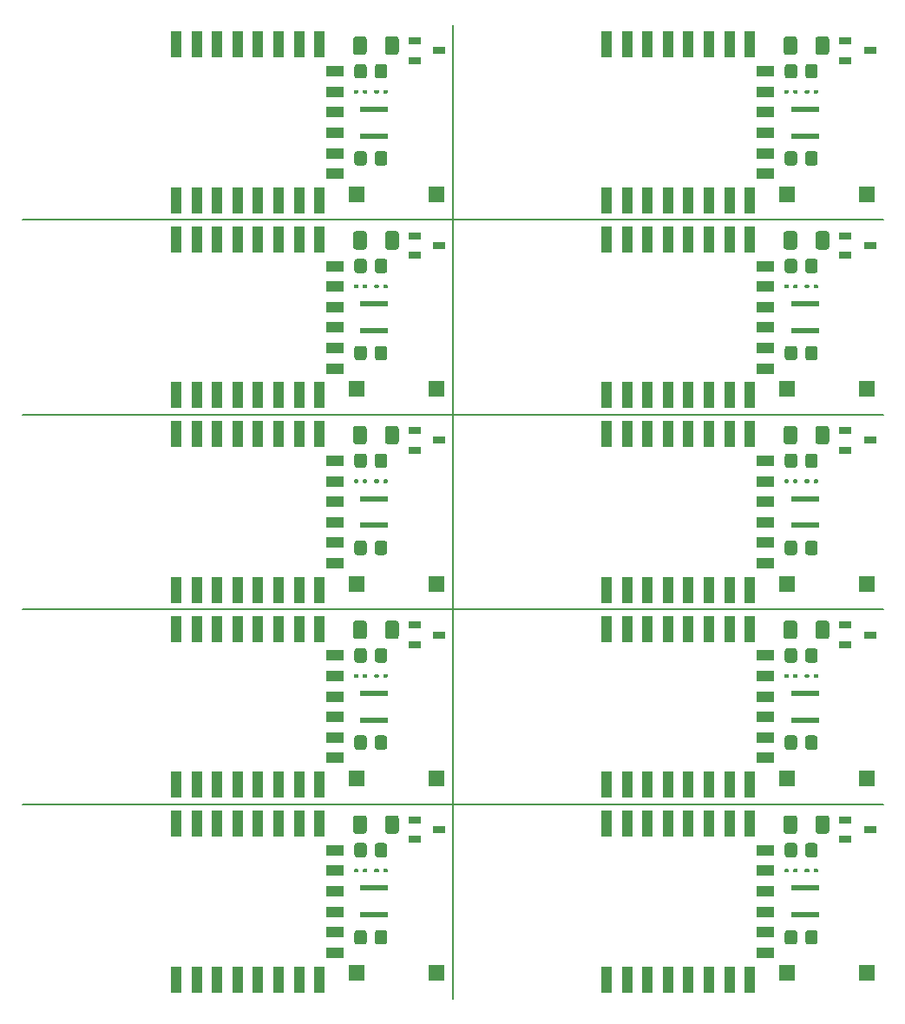
<source format=gbr>
%TF.GenerationSoftware,KiCad,Pcbnew,(5.1.9)-1*%
%TF.CreationDate,2021-05-04T17:37:26+02:00*%
%TF.ProjectId,IM350_AM550_5V_V2.0_Multi,494d3335-305f-4414-9d35-35305f35565f,rev?*%
%TF.SameCoordinates,Original*%
%TF.FileFunction,Paste,Top*%
%TF.FilePolarity,Positive*%
%FSLAX46Y46*%
G04 Gerber Fmt 4.6, Leading zero omitted, Abs format (unit mm)*
G04 Created by KiCad (PCBNEW (5.1.9)-1) date 2021-05-04 17:37:26*
%MOMM*%
%LPD*%
G01*
G04 APERTURE LIST*
%ADD10C,0.150000*%
%ADD11R,1.300000X0.800000*%
%ADD12R,1.000000X2.500000*%
%ADD13R,1.800000X1.000000*%
%ADD14R,2.800000X0.600000*%
%ADD15R,1.500000X1.500000*%
G04 APERTURE END LIST*
D10*
X70500000Y-24500000D02*
X70500000Y-119500000D01*
X28500000Y-100500000D02*
X112500000Y-100500000D01*
X28500000Y-81500000D02*
X112500000Y-81500000D01*
X28500000Y-62500000D02*
X112500000Y-62500000D01*
X28500000Y-43500000D02*
X112500000Y-43500000D01*
D11*
%TO.C,U1*%
X66800000Y-102050000D03*
X66800000Y-103950000D03*
X69200000Y-103000000D03*
%TD*%
D12*
%TO.C,U2*%
X43500000Y-117600000D03*
X45500000Y-117600000D03*
X47500000Y-117600000D03*
X49500000Y-117600000D03*
X51500000Y-117600000D03*
X53500000Y-117600000D03*
X55500000Y-117600000D03*
X57500000Y-117600000D03*
D13*
X59000000Y-115000000D03*
X59000000Y-113000000D03*
X59000000Y-111000000D03*
X59000000Y-109000000D03*
X59000000Y-107000000D03*
X59000000Y-105000000D03*
D12*
X57500000Y-102400000D03*
X55500000Y-102400000D03*
X53500000Y-102400000D03*
X51500000Y-102400000D03*
X49500000Y-102400000D03*
X47500000Y-102400000D03*
X45500000Y-102400000D03*
X43500000Y-102400000D03*
%TD*%
%TO.C,R5*%
G36*
G01*
X64100000Y-113049999D02*
X64100000Y-113950001D01*
G75*
G02*
X63850001Y-114200000I-249999J0D01*
G01*
X63149999Y-114200000D01*
G75*
G02*
X62900000Y-113950001I0J249999D01*
G01*
X62900000Y-113049999D01*
G75*
G02*
X63149999Y-112800000I249999J0D01*
G01*
X63850001Y-112800000D01*
G75*
G02*
X64100000Y-113049999I0J-249999D01*
G01*
G37*
G36*
G01*
X62100000Y-113049999D02*
X62100000Y-113950001D01*
G75*
G02*
X61850001Y-114200000I-249999J0D01*
G01*
X61149999Y-114200000D01*
G75*
G02*
X60900000Y-113950001I0J249999D01*
G01*
X60900000Y-113049999D01*
G75*
G02*
X61149999Y-112800000I249999J0D01*
G01*
X61850001Y-112800000D01*
G75*
G02*
X62100000Y-113049999I0J-249999D01*
G01*
G37*
%TD*%
%TO.C,C2*%
G36*
G01*
X65225000Y-101849999D02*
X65225000Y-103150001D01*
G75*
G02*
X64975001Y-103400000I-249999J0D01*
G01*
X64149999Y-103400000D01*
G75*
G02*
X63900000Y-103150001I0J249999D01*
G01*
X63900000Y-101849999D01*
G75*
G02*
X64149999Y-101600000I249999J0D01*
G01*
X64975001Y-101600000D01*
G75*
G02*
X65225000Y-101849999I0J-249999D01*
G01*
G37*
G36*
G01*
X62100000Y-101849999D02*
X62100000Y-103150001D01*
G75*
G02*
X61850001Y-103400000I-249999J0D01*
G01*
X61024999Y-103400000D01*
G75*
G02*
X60775000Y-103150001I0J249999D01*
G01*
X60775000Y-101849999D01*
G75*
G02*
X61024999Y-101600000I249999J0D01*
G01*
X61850001Y-101600000D01*
G75*
G02*
X62100000Y-101849999I0J-249999D01*
G01*
G37*
%TD*%
D14*
%TO.C,J5*%
X62850000Y-108700000D03*
X62850000Y-111300000D03*
%TD*%
%TO.C,R1*%
G36*
G01*
X62900000Y-105450001D02*
X62900000Y-104549999D01*
G75*
G02*
X63149999Y-104300000I249999J0D01*
G01*
X63850001Y-104300000D01*
G75*
G02*
X64100000Y-104549999I0J-249999D01*
G01*
X64100000Y-105450001D01*
G75*
G02*
X63850001Y-105700000I-249999J0D01*
G01*
X63149999Y-105700000D01*
G75*
G02*
X62900000Y-105450001I0J249999D01*
G01*
G37*
G36*
G01*
X60900000Y-105450001D02*
X60900000Y-104549999D01*
G75*
G02*
X61149999Y-104300000I249999J0D01*
G01*
X61850001Y-104300000D01*
G75*
G02*
X62100000Y-104549999I0J-249999D01*
G01*
X62100000Y-105450001D01*
G75*
G02*
X61850001Y-105700000I-249999J0D01*
G01*
X61149999Y-105700000D01*
G75*
G02*
X60900000Y-105450001I0J249999D01*
G01*
G37*
%TD*%
D12*
%TO.C,U2*%
X85500000Y-102400000D03*
X87500000Y-102400000D03*
X89500000Y-102400000D03*
X91500000Y-102400000D03*
X93500000Y-102400000D03*
X95500000Y-102400000D03*
X97500000Y-102400000D03*
X99500000Y-102400000D03*
D13*
X101000000Y-105000000D03*
X101000000Y-107000000D03*
X101000000Y-109000000D03*
X101000000Y-111000000D03*
X101000000Y-113000000D03*
X101000000Y-115000000D03*
D12*
X99500000Y-117600000D03*
X97500000Y-117600000D03*
X95500000Y-117600000D03*
X93500000Y-117600000D03*
X91500000Y-117600000D03*
X89500000Y-117600000D03*
X87500000Y-117600000D03*
X85500000Y-117600000D03*
%TD*%
%TO.C,C2*%
G36*
G01*
X104100000Y-101849999D02*
X104100000Y-103150001D01*
G75*
G02*
X103850001Y-103400000I-249999J0D01*
G01*
X103024999Y-103400000D01*
G75*
G02*
X102775000Y-103150001I0J249999D01*
G01*
X102775000Y-101849999D01*
G75*
G02*
X103024999Y-101600000I249999J0D01*
G01*
X103850001Y-101600000D01*
G75*
G02*
X104100000Y-101849999I0J-249999D01*
G01*
G37*
G36*
G01*
X107225000Y-101849999D02*
X107225000Y-103150001D01*
G75*
G02*
X106975001Y-103400000I-249999J0D01*
G01*
X106149999Y-103400000D01*
G75*
G02*
X105900000Y-103150001I0J249999D01*
G01*
X105900000Y-101849999D01*
G75*
G02*
X106149999Y-101600000I249999J0D01*
G01*
X106975001Y-101600000D01*
G75*
G02*
X107225000Y-101849999I0J-249999D01*
G01*
G37*
%TD*%
D15*
%TO.C,SW1*%
X110900000Y-117000000D03*
X103100000Y-117000000D03*
%TD*%
%TO.C,SW1*%
X61100000Y-117000000D03*
X68900000Y-117000000D03*
%TD*%
%TO.C,P4*%
G36*
G01*
X63703500Y-107090000D02*
X63703500Y-106910000D01*
G75*
G02*
X63793500Y-106820000I90000J0D01*
G01*
X64071500Y-106820000D01*
G75*
G02*
X64161500Y-106910000I0J-90000D01*
G01*
X64161500Y-107090000D01*
G75*
G02*
X64071500Y-107180000I-90000J0D01*
G01*
X63793500Y-107180000D01*
G75*
G02*
X63703500Y-107090000I0J90000D01*
G01*
G37*
G36*
G01*
X62838500Y-107090000D02*
X62838500Y-106910000D01*
G75*
G02*
X62928500Y-106820000I90000J0D01*
G01*
X63206500Y-106820000D01*
G75*
G02*
X63296500Y-106910000I0J-90000D01*
G01*
X63296500Y-107090000D01*
G75*
G02*
X63206500Y-107180000I-90000J0D01*
G01*
X62928500Y-107180000D01*
G75*
G02*
X62838500Y-107090000I0J90000D01*
G01*
G37*
%TD*%
D14*
%TO.C,J5*%
X104850000Y-111300000D03*
X104850000Y-108700000D03*
%TD*%
%TO.C,P3*%
G36*
G01*
X103296500Y-106910000D02*
X103296500Y-107090000D01*
G75*
G02*
X103206500Y-107180000I-90000J0D01*
G01*
X102928500Y-107180000D01*
G75*
G02*
X102838500Y-107090000I0J90000D01*
G01*
X102838500Y-106910000D01*
G75*
G02*
X102928500Y-106820000I90000J0D01*
G01*
X103206500Y-106820000D01*
G75*
G02*
X103296500Y-106910000I0J-90000D01*
G01*
G37*
G36*
G01*
X104161500Y-106910000D02*
X104161500Y-107090000D01*
G75*
G02*
X104071500Y-107180000I-90000J0D01*
G01*
X103793500Y-107180000D01*
G75*
G02*
X103703500Y-107090000I0J90000D01*
G01*
X103703500Y-106910000D01*
G75*
G02*
X103793500Y-106820000I90000J0D01*
G01*
X104071500Y-106820000D01*
G75*
G02*
X104161500Y-106910000I0J-90000D01*
G01*
G37*
%TD*%
%TO.C,P4*%
G36*
G01*
X104838500Y-107090000D02*
X104838500Y-106910000D01*
G75*
G02*
X104928500Y-106820000I90000J0D01*
G01*
X105206500Y-106820000D01*
G75*
G02*
X105296500Y-106910000I0J-90000D01*
G01*
X105296500Y-107090000D01*
G75*
G02*
X105206500Y-107180000I-90000J0D01*
G01*
X104928500Y-107180000D01*
G75*
G02*
X104838500Y-107090000I0J90000D01*
G01*
G37*
G36*
G01*
X105703500Y-107090000D02*
X105703500Y-106910000D01*
G75*
G02*
X105793500Y-106820000I90000J0D01*
G01*
X106071500Y-106820000D01*
G75*
G02*
X106161500Y-106910000I0J-90000D01*
G01*
X106161500Y-107090000D01*
G75*
G02*
X106071500Y-107180000I-90000J0D01*
G01*
X105793500Y-107180000D01*
G75*
G02*
X105703500Y-107090000I0J90000D01*
G01*
G37*
%TD*%
D11*
%TO.C,U1*%
X111200000Y-103000000D03*
X108800000Y-103950000D03*
X108800000Y-102050000D03*
%TD*%
%TO.C,P3*%
G36*
G01*
X62161500Y-106910000D02*
X62161500Y-107090000D01*
G75*
G02*
X62071500Y-107180000I-90000J0D01*
G01*
X61793500Y-107180000D01*
G75*
G02*
X61703500Y-107090000I0J90000D01*
G01*
X61703500Y-106910000D01*
G75*
G02*
X61793500Y-106820000I90000J0D01*
G01*
X62071500Y-106820000D01*
G75*
G02*
X62161500Y-106910000I0J-90000D01*
G01*
G37*
G36*
G01*
X61296500Y-106910000D02*
X61296500Y-107090000D01*
G75*
G02*
X61206500Y-107180000I-90000J0D01*
G01*
X60928500Y-107180000D01*
G75*
G02*
X60838500Y-107090000I0J90000D01*
G01*
X60838500Y-106910000D01*
G75*
G02*
X60928500Y-106820000I90000J0D01*
G01*
X61206500Y-106820000D01*
G75*
G02*
X61296500Y-106910000I0J-90000D01*
G01*
G37*
%TD*%
%TO.C,R1*%
G36*
G01*
X102900000Y-105450001D02*
X102900000Y-104549999D01*
G75*
G02*
X103149999Y-104300000I249999J0D01*
G01*
X103850001Y-104300000D01*
G75*
G02*
X104100000Y-104549999I0J-249999D01*
G01*
X104100000Y-105450001D01*
G75*
G02*
X103850001Y-105700000I-249999J0D01*
G01*
X103149999Y-105700000D01*
G75*
G02*
X102900000Y-105450001I0J249999D01*
G01*
G37*
G36*
G01*
X104900000Y-105450001D02*
X104900000Y-104549999D01*
G75*
G02*
X105149999Y-104300000I249999J0D01*
G01*
X105850001Y-104300000D01*
G75*
G02*
X106100000Y-104549999I0J-249999D01*
G01*
X106100000Y-105450001D01*
G75*
G02*
X105850001Y-105700000I-249999J0D01*
G01*
X105149999Y-105700000D01*
G75*
G02*
X104900000Y-105450001I0J249999D01*
G01*
G37*
%TD*%
%TO.C,R5*%
G36*
G01*
X104100000Y-113049999D02*
X104100000Y-113950001D01*
G75*
G02*
X103850001Y-114200000I-249999J0D01*
G01*
X103149999Y-114200000D01*
G75*
G02*
X102900000Y-113950001I0J249999D01*
G01*
X102900000Y-113049999D01*
G75*
G02*
X103149999Y-112800000I249999J0D01*
G01*
X103850001Y-112800000D01*
G75*
G02*
X104100000Y-113049999I0J-249999D01*
G01*
G37*
G36*
G01*
X106100000Y-113049999D02*
X106100000Y-113950001D01*
G75*
G02*
X105850001Y-114200000I-249999J0D01*
G01*
X105149999Y-114200000D01*
G75*
G02*
X104900000Y-113950001I0J249999D01*
G01*
X104900000Y-113049999D01*
G75*
G02*
X105149999Y-112800000I249999J0D01*
G01*
X105850001Y-112800000D01*
G75*
G02*
X106100000Y-113049999I0J-249999D01*
G01*
G37*
%TD*%
%TO.C,P3*%
G36*
G01*
X104161500Y-87910000D02*
X104161500Y-88090000D01*
G75*
G02*
X104071500Y-88180000I-90000J0D01*
G01*
X103793500Y-88180000D01*
G75*
G02*
X103703500Y-88090000I0J90000D01*
G01*
X103703500Y-87910000D01*
G75*
G02*
X103793500Y-87820000I90000J0D01*
G01*
X104071500Y-87820000D01*
G75*
G02*
X104161500Y-87910000I0J-90000D01*
G01*
G37*
G36*
G01*
X103296500Y-87910000D02*
X103296500Y-88090000D01*
G75*
G02*
X103206500Y-88180000I-90000J0D01*
G01*
X102928500Y-88180000D01*
G75*
G02*
X102838500Y-88090000I0J90000D01*
G01*
X102838500Y-87910000D01*
G75*
G02*
X102928500Y-87820000I90000J0D01*
G01*
X103206500Y-87820000D01*
G75*
G02*
X103296500Y-87910000I0J-90000D01*
G01*
G37*
%TD*%
%TO.C,P4*%
G36*
G01*
X105703500Y-88090000D02*
X105703500Y-87910000D01*
G75*
G02*
X105793500Y-87820000I90000J0D01*
G01*
X106071500Y-87820000D01*
G75*
G02*
X106161500Y-87910000I0J-90000D01*
G01*
X106161500Y-88090000D01*
G75*
G02*
X106071500Y-88180000I-90000J0D01*
G01*
X105793500Y-88180000D01*
G75*
G02*
X105703500Y-88090000I0J90000D01*
G01*
G37*
G36*
G01*
X104838500Y-88090000D02*
X104838500Y-87910000D01*
G75*
G02*
X104928500Y-87820000I90000J0D01*
G01*
X105206500Y-87820000D01*
G75*
G02*
X105296500Y-87910000I0J-90000D01*
G01*
X105296500Y-88090000D01*
G75*
G02*
X105206500Y-88180000I-90000J0D01*
G01*
X104928500Y-88180000D01*
G75*
G02*
X104838500Y-88090000I0J90000D01*
G01*
G37*
%TD*%
D14*
%TO.C,J5*%
X104850000Y-89700000D03*
X104850000Y-92300000D03*
%TD*%
%TO.C,R5*%
G36*
G01*
X106100000Y-94049999D02*
X106100000Y-94950001D01*
G75*
G02*
X105850001Y-95200000I-249999J0D01*
G01*
X105149999Y-95200000D01*
G75*
G02*
X104900000Y-94950001I0J249999D01*
G01*
X104900000Y-94049999D01*
G75*
G02*
X105149999Y-93800000I249999J0D01*
G01*
X105850001Y-93800000D01*
G75*
G02*
X106100000Y-94049999I0J-249999D01*
G01*
G37*
G36*
G01*
X104100000Y-94049999D02*
X104100000Y-94950001D01*
G75*
G02*
X103850001Y-95200000I-249999J0D01*
G01*
X103149999Y-95200000D01*
G75*
G02*
X102900000Y-94950001I0J249999D01*
G01*
X102900000Y-94049999D01*
G75*
G02*
X103149999Y-93800000I249999J0D01*
G01*
X103850001Y-93800000D01*
G75*
G02*
X104100000Y-94049999I0J-249999D01*
G01*
G37*
%TD*%
D11*
%TO.C,U1*%
X108800000Y-83050000D03*
X108800000Y-84950000D03*
X111200000Y-84000000D03*
%TD*%
D15*
%TO.C,SW1*%
X103100000Y-98000000D03*
X110900000Y-98000000D03*
%TD*%
%TO.C,C2*%
G36*
G01*
X107225000Y-82849999D02*
X107225000Y-84150001D01*
G75*
G02*
X106975001Y-84400000I-249999J0D01*
G01*
X106149999Y-84400000D01*
G75*
G02*
X105900000Y-84150001I0J249999D01*
G01*
X105900000Y-82849999D01*
G75*
G02*
X106149999Y-82600000I249999J0D01*
G01*
X106975001Y-82600000D01*
G75*
G02*
X107225000Y-82849999I0J-249999D01*
G01*
G37*
G36*
G01*
X104100000Y-82849999D02*
X104100000Y-84150001D01*
G75*
G02*
X103850001Y-84400000I-249999J0D01*
G01*
X103024999Y-84400000D01*
G75*
G02*
X102775000Y-84150001I0J249999D01*
G01*
X102775000Y-82849999D01*
G75*
G02*
X103024999Y-82600000I249999J0D01*
G01*
X103850001Y-82600000D01*
G75*
G02*
X104100000Y-82849999I0J-249999D01*
G01*
G37*
%TD*%
%TO.C,P3*%
G36*
G01*
X61296500Y-87910000D02*
X61296500Y-88090000D01*
G75*
G02*
X61206500Y-88180000I-90000J0D01*
G01*
X60928500Y-88180000D01*
G75*
G02*
X60838500Y-88090000I0J90000D01*
G01*
X60838500Y-87910000D01*
G75*
G02*
X60928500Y-87820000I90000J0D01*
G01*
X61206500Y-87820000D01*
G75*
G02*
X61296500Y-87910000I0J-90000D01*
G01*
G37*
G36*
G01*
X62161500Y-87910000D02*
X62161500Y-88090000D01*
G75*
G02*
X62071500Y-88180000I-90000J0D01*
G01*
X61793500Y-88180000D01*
G75*
G02*
X61703500Y-88090000I0J90000D01*
G01*
X61703500Y-87910000D01*
G75*
G02*
X61793500Y-87820000I90000J0D01*
G01*
X62071500Y-87820000D01*
G75*
G02*
X62161500Y-87910000I0J-90000D01*
G01*
G37*
%TD*%
%TO.C,P4*%
G36*
G01*
X62838500Y-88090000D02*
X62838500Y-87910000D01*
G75*
G02*
X62928500Y-87820000I90000J0D01*
G01*
X63206500Y-87820000D01*
G75*
G02*
X63296500Y-87910000I0J-90000D01*
G01*
X63296500Y-88090000D01*
G75*
G02*
X63206500Y-88180000I-90000J0D01*
G01*
X62928500Y-88180000D01*
G75*
G02*
X62838500Y-88090000I0J90000D01*
G01*
G37*
G36*
G01*
X63703500Y-88090000D02*
X63703500Y-87910000D01*
G75*
G02*
X63793500Y-87820000I90000J0D01*
G01*
X64071500Y-87820000D01*
G75*
G02*
X64161500Y-87910000I0J-90000D01*
G01*
X64161500Y-88090000D01*
G75*
G02*
X64071500Y-88180000I-90000J0D01*
G01*
X63793500Y-88180000D01*
G75*
G02*
X63703500Y-88090000I0J90000D01*
G01*
G37*
%TD*%
%TO.C,R1*%
G36*
G01*
X104900000Y-86450001D02*
X104900000Y-85549999D01*
G75*
G02*
X105149999Y-85300000I249999J0D01*
G01*
X105850001Y-85300000D01*
G75*
G02*
X106100000Y-85549999I0J-249999D01*
G01*
X106100000Y-86450001D01*
G75*
G02*
X105850001Y-86700000I-249999J0D01*
G01*
X105149999Y-86700000D01*
G75*
G02*
X104900000Y-86450001I0J249999D01*
G01*
G37*
G36*
G01*
X102900000Y-86450001D02*
X102900000Y-85549999D01*
G75*
G02*
X103149999Y-85300000I249999J0D01*
G01*
X103850001Y-85300000D01*
G75*
G02*
X104100000Y-85549999I0J-249999D01*
G01*
X104100000Y-86450001D01*
G75*
G02*
X103850001Y-86700000I-249999J0D01*
G01*
X103149999Y-86700000D01*
G75*
G02*
X102900000Y-86450001I0J249999D01*
G01*
G37*
%TD*%
%TO.C,SW1*%
X68900000Y-98000000D03*
X61100000Y-98000000D03*
%TD*%
%TO.C,C2*%
G36*
G01*
X62100000Y-82849999D02*
X62100000Y-84150001D01*
G75*
G02*
X61850001Y-84400000I-249999J0D01*
G01*
X61024999Y-84400000D01*
G75*
G02*
X60775000Y-84150001I0J249999D01*
G01*
X60775000Y-82849999D01*
G75*
G02*
X61024999Y-82600000I249999J0D01*
G01*
X61850001Y-82600000D01*
G75*
G02*
X62100000Y-82849999I0J-249999D01*
G01*
G37*
G36*
G01*
X65225000Y-82849999D02*
X65225000Y-84150001D01*
G75*
G02*
X64975001Y-84400000I-249999J0D01*
G01*
X64149999Y-84400000D01*
G75*
G02*
X63900000Y-84150001I0J249999D01*
G01*
X63900000Y-82849999D01*
G75*
G02*
X64149999Y-82600000I249999J0D01*
G01*
X64975001Y-82600000D01*
G75*
G02*
X65225000Y-82849999I0J-249999D01*
G01*
G37*
%TD*%
D14*
%TO.C,J5*%
X62850000Y-92300000D03*
X62850000Y-89700000D03*
%TD*%
%TO.C,R1*%
G36*
G01*
X60900000Y-86450001D02*
X60900000Y-85549999D01*
G75*
G02*
X61149999Y-85300000I249999J0D01*
G01*
X61850001Y-85300000D01*
G75*
G02*
X62100000Y-85549999I0J-249999D01*
G01*
X62100000Y-86450001D01*
G75*
G02*
X61850001Y-86700000I-249999J0D01*
G01*
X61149999Y-86700000D01*
G75*
G02*
X60900000Y-86450001I0J249999D01*
G01*
G37*
G36*
G01*
X62900000Y-86450001D02*
X62900000Y-85549999D01*
G75*
G02*
X63149999Y-85300000I249999J0D01*
G01*
X63850001Y-85300000D01*
G75*
G02*
X64100000Y-85549999I0J-249999D01*
G01*
X64100000Y-86450001D01*
G75*
G02*
X63850001Y-86700000I-249999J0D01*
G01*
X63149999Y-86700000D01*
G75*
G02*
X62900000Y-86450001I0J249999D01*
G01*
G37*
%TD*%
D12*
%TO.C,U2*%
X85500000Y-98600000D03*
X87500000Y-98600000D03*
X89500000Y-98600000D03*
X91500000Y-98600000D03*
X93500000Y-98600000D03*
X95500000Y-98600000D03*
X97500000Y-98600000D03*
X99500000Y-98600000D03*
D13*
X101000000Y-96000000D03*
X101000000Y-94000000D03*
X101000000Y-92000000D03*
X101000000Y-90000000D03*
X101000000Y-88000000D03*
X101000000Y-86000000D03*
D12*
X99500000Y-83400000D03*
X97500000Y-83400000D03*
X95500000Y-83400000D03*
X93500000Y-83400000D03*
X91500000Y-83400000D03*
X89500000Y-83400000D03*
X87500000Y-83400000D03*
X85500000Y-83400000D03*
%TD*%
D11*
%TO.C,U1*%
X69200000Y-84000000D03*
X66800000Y-84950000D03*
X66800000Y-83050000D03*
%TD*%
%TO.C,R5*%
G36*
G01*
X62100000Y-94049999D02*
X62100000Y-94950001D01*
G75*
G02*
X61850001Y-95200000I-249999J0D01*
G01*
X61149999Y-95200000D01*
G75*
G02*
X60900000Y-94950001I0J249999D01*
G01*
X60900000Y-94049999D01*
G75*
G02*
X61149999Y-93800000I249999J0D01*
G01*
X61850001Y-93800000D01*
G75*
G02*
X62100000Y-94049999I0J-249999D01*
G01*
G37*
G36*
G01*
X64100000Y-94049999D02*
X64100000Y-94950001D01*
G75*
G02*
X63850001Y-95200000I-249999J0D01*
G01*
X63149999Y-95200000D01*
G75*
G02*
X62900000Y-94950001I0J249999D01*
G01*
X62900000Y-94049999D01*
G75*
G02*
X63149999Y-93800000I249999J0D01*
G01*
X63850001Y-93800000D01*
G75*
G02*
X64100000Y-94049999I0J-249999D01*
G01*
G37*
%TD*%
D12*
%TO.C,U2*%
X43500000Y-83400000D03*
X45500000Y-83400000D03*
X47500000Y-83400000D03*
X49500000Y-83400000D03*
X51500000Y-83400000D03*
X53500000Y-83400000D03*
X55500000Y-83400000D03*
X57500000Y-83400000D03*
D13*
X59000000Y-86000000D03*
X59000000Y-88000000D03*
X59000000Y-90000000D03*
X59000000Y-92000000D03*
X59000000Y-94000000D03*
X59000000Y-96000000D03*
D12*
X57500000Y-98600000D03*
X55500000Y-98600000D03*
X53500000Y-98600000D03*
X51500000Y-98600000D03*
X49500000Y-98600000D03*
X47500000Y-98600000D03*
X45500000Y-98600000D03*
X43500000Y-98600000D03*
%TD*%
%TO.C,U2*%
X85500000Y-64400000D03*
X87500000Y-64400000D03*
X89500000Y-64400000D03*
X91500000Y-64400000D03*
X93500000Y-64400000D03*
X95500000Y-64400000D03*
X97500000Y-64400000D03*
X99500000Y-64400000D03*
D13*
X101000000Y-67000000D03*
X101000000Y-69000000D03*
X101000000Y-71000000D03*
X101000000Y-73000000D03*
X101000000Y-75000000D03*
X101000000Y-77000000D03*
D12*
X99500000Y-79600000D03*
X97500000Y-79600000D03*
X95500000Y-79600000D03*
X93500000Y-79600000D03*
X91500000Y-79600000D03*
X89500000Y-79600000D03*
X87500000Y-79600000D03*
X85500000Y-79600000D03*
%TD*%
D11*
%TO.C,U1*%
X66800000Y-64050000D03*
X66800000Y-65950000D03*
X69200000Y-65000000D03*
%TD*%
%TO.C,R5*%
G36*
G01*
X64100000Y-75049999D02*
X64100000Y-75950001D01*
G75*
G02*
X63850001Y-76200000I-249999J0D01*
G01*
X63149999Y-76200000D01*
G75*
G02*
X62900000Y-75950001I0J249999D01*
G01*
X62900000Y-75049999D01*
G75*
G02*
X63149999Y-74800000I249999J0D01*
G01*
X63850001Y-74800000D01*
G75*
G02*
X64100000Y-75049999I0J-249999D01*
G01*
G37*
G36*
G01*
X62100000Y-75049999D02*
X62100000Y-75950001D01*
G75*
G02*
X61850001Y-76200000I-249999J0D01*
G01*
X61149999Y-76200000D01*
G75*
G02*
X60900000Y-75950001I0J249999D01*
G01*
X60900000Y-75049999D01*
G75*
G02*
X61149999Y-74800000I249999J0D01*
G01*
X61850001Y-74800000D01*
G75*
G02*
X62100000Y-75049999I0J-249999D01*
G01*
G37*
%TD*%
%TO.C,C2*%
G36*
G01*
X65225000Y-63849999D02*
X65225000Y-65150001D01*
G75*
G02*
X64975001Y-65400000I-249999J0D01*
G01*
X64149999Y-65400000D01*
G75*
G02*
X63900000Y-65150001I0J249999D01*
G01*
X63900000Y-63849999D01*
G75*
G02*
X64149999Y-63600000I249999J0D01*
G01*
X64975001Y-63600000D01*
G75*
G02*
X65225000Y-63849999I0J-249999D01*
G01*
G37*
G36*
G01*
X62100000Y-63849999D02*
X62100000Y-65150001D01*
G75*
G02*
X61850001Y-65400000I-249999J0D01*
G01*
X61024999Y-65400000D01*
G75*
G02*
X60775000Y-65150001I0J249999D01*
G01*
X60775000Y-63849999D01*
G75*
G02*
X61024999Y-63600000I249999J0D01*
G01*
X61850001Y-63600000D01*
G75*
G02*
X62100000Y-63849999I0J-249999D01*
G01*
G37*
%TD*%
D14*
%TO.C,J5*%
X62850000Y-70700000D03*
X62850000Y-73300000D03*
%TD*%
D12*
%TO.C,U2*%
X43500000Y-79600000D03*
X45500000Y-79600000D03*
X47500000Y-79600000D03*
X49500000Y-79600000D03*
X51500000Y-79600000D03*
X53500000Y-79600000D03*
X55500000Y-79600000D03*
X57500000Y-79600000D03*
D13*
X59000000Y-77000000D03*
X59000000Y-75000000D03*
X59000000Y-73000000D03*
X59000000Y-71000000D03*
X59000000Y-69000000D03*
X59000000Y-67000000D03*
D12*
X57500000Y-64400000D03*
X55500000Y-64400000D03*
X53500000Y-64400000D03*
X51500000Y-64400000D03*
X49500000Y-64400000D03*
X47500000Y-64400000D03*
X45500000Y-64400000D03*
X43500000Y-64400000D03*
%TD*%
%TO.C,P4*%
G36*
G01*
X63703500Y-69090000D02*
X63703500Y-68910000D01*
G75*
G02*
X63793500Y-68820000I90000J0D01*
G01*
X64071500Y-68820000D01*
G75*
G02*
X64161500Y-68910000I0J-90000D01*
G01*
X64161500Y-69090000D01*
G75*
G02*
X64071500Y-69180000I-90000J0D01*
G01*
X63793500Y-69180000D01*
G75*
G02*
X63703500Y-69090000I0J90000D01*
G01*
G37*
G36*
G01*
X62838500Y-69090000D02*
X62838500Y-68910000D01*
G75*
G02*
X62928500Y-68820000I90000J0D01*
G01*
X63206500Y-68820000D01*
G75*
G02*
X63296500Y-68910000I0J-90000D01*
G01*
X63296500Y-69090000D01*
G75*
G02*
X63206500Y-69180000I-90000J0D01*
G01*
X62928500Y-69180000D01*
G75*
G02*
X62838500Y-69090000I0J90000D01*
G01*
G37*
%TD*%
%TO.C,P3*%
G36*
G01*
X62161500Y-68910000D02*
X62161500Y-69090000D01*
G75*
G02*
X62071500Y-69180000I-90000J0D01*
G01*
X61793500Y-69180000D01*
G75*
G02*
X61703500Y-69090000I0J90000D01*
G01*
X61703500Y-68910000D01*
G75*
G02*
X61793500Y-68820000I90000J0D01*
G01*
X62071500Y-68820000D01*
G75*
G02*
X62161500Y-68910000I0J-90000D01*
G01*
G37*
G36*
G01*
X61296500Y-68910000D02*
X61296500Y-69090000D01*
G75*
G02*
X61206500Y-69180000I-90000J0D01*
G01*
X60928500Y-69180000D01*
G75*
G02*
X60838500Y-69090000I0J90000D01*
G01*
X60838500Y-68910000D01*
G75*
G02*
X60928500Y-68820000I90000J0D01*
G01*
X61206500Y-68820000D01*
G75*
G02*
X61296500Y-68910000I0J-90000D01*
G01*
G37*
%TD*%
D15*
%TO.C,SW1*%
X61100000Y-79000000D03*
X68900000Y-79000000D03*
%TD*%
%TO.C,R1*%
G36*
G01*
X62900000Y-67450001D02*
X62900000Y-66549999D01*
G75*
G02*
X63149999Y-66300000I249999J0D01*
G01*
X63850001Y-66300000D01*
G75*
G02*
X64100000Y-66549999I0J-249999D01*
G01*
X64100000Y-67450001D01*
G75*
G02*
X63850001Y-67700000I-249999J0D01*
G01*
X63149999Y-67700000D01*
G75*
G02*
X62900000Y-67450001I0J249999D01*
G01*
G37*
G36*
G01*
X60900000Y-67450001D02*
X60900000Y-66549999D01*
G75*
G02*
X61149999Y-66300000I249999J0D01*
G01*
X61850001Y-66300000D01*
G75*
G02*
X62100000Y-66549999I0J-249999D01*
G01*
X62100000Y-67450001D01*
G75*
G02*
X61850001Y-67700000I-249999J0D01*
G01*
X61149999Y-67700000D01*
G75*
G02*
X60900000Y-67450001I0J249999D01*
G01*
G37*
%TD*%
%TO.C,R1*%
G36*
G01*
X102900000Y-67450001D02*
X102900000Y-66549999D01*
G75*
G02*
X103149999Y-66300000I249999J0D01*
G01*
X103850001Y-66300000D01*
G75*
G02*
X104100000Y-66549999I0J-249999D01*
G01*
X104100000Y-67450001D01*
G75*
G02*
X103850001Y-67700000I-249999J0D01*
G01*
X103149999Y-67700000D01*
G75*
G02*
X102900000Y-67450001I0J249999D01*
G01*
G37*
G36*
G01*
X104900000Y-67450001D02*
X104900000Y-66549999D01*
G75*
G02*
X105149999Y-66300000I249999J0D01*
G01*
X105850001Y-66300000D01*
G75*
G02*
X106100000Y-66549999I0J-249999D01*
G01*
X106100000Y-67450001D01*
G75*
G02*
X105850001Y-67700000I-249999J0D01*
G01*
X105149999Y-67700000D01*
G75*
G02*
X104900000Y-67450001I0J249999D01*
G01*
G37*
%TD*%
%TO.C,C2*%
G36*
G01*
X104100000Y-63849999D02*
X104100000Y-65150001D01*
G75*
G02*
X103850001Y-65400000I-249999J0D01*
G01*
X103024999Y-65400000D01*
G75*
G02*
X102775000Y-65150001I0J249999D01*
G01*
X102775000Y-63849999D01*
G75*
G02*
X103024999Y-63600000I249999J0D01*
G01*
X103850001Y-63600000D01*
G75*
G02*
X104100000Y-63849999I0J-249999D01*
G01*
G37*
G36*
G01*
X107225000Y-63849999D02*
X107225000Y-65150001D01*
G75*
G02*
X106975001Y-65400000I-249999J0D01*
G01*
X106149999Y-65400000D01*
G75*
G02*
X105900000Y-65150001I0J249999D01*
G01*
X105900000Y-63849999D01*
G75*
G02*
X106149999Y-63600000I249999J0D01*
G01*
X106975001Y-63600000D01*
G75*
G02*
X107225000Y-63849999I0J-249999D01*
G01*
G37*
%TD*%
%TO.C,P3*%
G36*
G01*
X103296500Y-68910000D02*
X103296500Y-69090000D01*
G75*
G02*
X103206500Y-69180000I-90000J0D01*
G01*
X102928500Y-69180000D01*
G75*
G02*
X102838500Y-69090000I0J90000D01*
G01*
X102838500Y-68910000D01*
G75*
G02*
X102928500Y-68820000I90000J0D01*
G01*
X103206500Y-68820000D01*
G75*
G02*
X103296500Y-68910000I0J-90000D01*
G01*
G37*
G36*
G01*
X104161500Y-68910000D02*
X104161500Y-69090000D01*
G75*
G02*
X104071500Y-69180000I-90000J0D01*
G01*
X103793500Y-69180000D01*
G75*
G02*
X103703500Y-69090000I0J90000D01*
G01*
X103703500Y-68910000D01*
G75*
G02*
X103793500Y-68820000I90000J0D01*
G01*
X104071500Y-68820000D01*
G75*
G02*
X104161500Y-68910000I0J-90000D01*
G01*
G37*
%TD*%
D14*
%TO.C,J5*%
X104850000Y-73300000D03*
X104850000Y-70700000D03*
%TD*%
%TO.C,R5*%
G36*
G01*
X104100000Y-75049999D02*
X104100000Y-75950001D01*
G75*
G02*
X103850001Y-76200000I-249999J0D01*
G01*
X103149999Y-76200000D01*
G75*
G02*
X102900000Y-75950001I0J249999D01*
G01*
X102900000Y-75049999D01*
G75*
G02*
X103149999Y-74800000I249999J0D01*
G01*
X103850001Y-74800000D01*
G75*
G02*
X104100000Y-75049999I0J-249999D01*
G01*
G37*
G36*
G01*
X106100000Y-75049999D02*
X106100000Y-75950001D01*
G75*
G02*
X105850001Y-76200000I-249999J0D01*
G01*
X105149999Y-76200000D01*
G75*
G02*
X104900000Y-75950001I0J249999D01*
G01*
X104900000Y-75049999D01*
G75*
G02*
X105149999Y-74800000I249999J0D01*
G01*
X105850001Y-74800000D01*
G75*
G02*
X106100000Y-75049999I0J-249999D01*
G01*
G37*
%TD*%
D11*
%TO.C,U1*%
X111200000Y-65000000D03*
X108800000Y-65950000D03*
X108800000Y-64050000D03*
%TD*%
D15*
%TO.C,SW1*%
X110900000Y-79000000D03*
X103100000Y-79000000D03*
%TD*%
%TO.C,P4*%
G36*
G01*
X104838500Y-69090000D02*
X104838500Y-68910000D01*
G75*
G02*
X104928500Y-68820000I90000J0D01*
G01*
X105206500Y-68820000D01*
G75*
G02*
X105296500Y-68910000I0J-90000D01*
G01*
X105296500Y-69090000D01*
G75*
G02*
X105206500Y-69180000I-90000J0D01*
G01*
X104928500Y-69180000D01*
G75*
G02*
X104838500Y-69090000I0J90000D01*
G01*
G37*
G36*
G01*
X105703500Y-69090000D02*
X105703500Y-68910000D01*
G75*
G02*
X105793500Y-68820000I90000J0D01*
G01*
X106071500Y-68820000D01*
G75*
G02*
X106161500Y-68910000I0J-90000D01*
G01*
X106161500Y-69090000D01*
G75*
G02*
X106071500Y-69180000I-90000J0D01*
G01*
X105793500Y-69180000D01*
G75*
G02*
X105703500Y-69090000I0J90000D01*
G01*
G37*
%TD*%
%TO.C,C2*%
G36*
G01*
X107225000Y-44849999D02*
X107225000Y-46150001D01*
G75*
G02*
X106975001Y-46400000I-249999J0D01*
G01*
X106149999Y-46400000D01*
G75*
G02*
X105900000Y-46150001I0J249999D01*
G01*
X105900000Y-44849999D01*
G75*
G02*
X106149999Y-44600000I249999J0D01*
G01*
X106975001Y-44600000D01*
G75*
G02*
X107225000Y-44849999I0J-249999D01*
G01*
G37*
G36*
G01*
X104100000Y-44849999D02*
X104100000Y-46150001D01*
G75*
G02*
X103850001Y-46400000I-249999J0D01*
G01*
X103024999Y-46400000D01*
G75*
G02*
X102775000Y-46150001I0J249999D01*
G01*
X102775000Y-44849999D01*
G75*
G02*
X103024999Y-44600000I249999J0D01*
G01*
X103850001Y-44600000D01*
G75*
G02*
X104100000Y-44849999I0J-249999D01*
G01*
G37*
%TD*%
D14*
%TO.C,J5*%
X104850000Y-51700000D03*
X104850000Y-54300000D03*
%TD*%
D11*
%TO.C,U1*%
X108800000Y-45050000D03*
X108800000Y-46950000D03*
X111200000Y-46000000D03*
%TD*%
D15*
%TO.C,SW1*%
X103100000Y-60000000D03*
X110900000Y-60000000D03*
%TD*%
%TO.C,P4*%
G36*
G01*
X105703500Y-50090000D02*
X105703500Y-49910000D01*
G75*
G02*
X105793500Y-49820000I90000J0D01*
G01*
X106071500Y-49820000D01*
G75*
G02*
X106161500Y-49910000I0J-90000D01*
G01*
X106161500Y-50090000D01*
G75*
G02*
X106071500Y-50180000I-90000J0D01*
G01*
X105793500Y-50180000D01*
G75*
G02*
X105703500Y-50090000I0J90000D01*
G01*
G37*
G36*
G01*
X104838500Y-50090000D02*
X104838500Y-49910000D01*
G75*
G02*
X104928500Y-49820000I90000J0D01*
G01*
X105206500Y-49820000D01*
G75*
G02*
X105296500Y-49910000I0J-90000D01*
G01*
X105296500Y-50090000D01*
G75*
G02*
X105206500Y-50180000I-90000J0D01*
G01*
X104928500Y-50180000D01*
G75*
G02*
X104838500Y-50090000I0J90000D01*
G01*
G37*
%TD*%
%TO.C,R5*%
G36*
G01*
X106100000Y-56049999D02*
X106100000Y-56950001D01*
G75*
G02*
X105850001Y-57200000I-249999J0D01*
G01*
X105149999Y-57200000D01*
G75*
G02*
X104900000Y-56950001I0J249999D01*
G01*
X104900000Y-56049999D01*
G75*
G02*
X105149999Y-55800000I249999J0D01*
G01*
X105850001Y-55800000D01*
G75*
G02*
X106100000Y-56049999I0J-249999D01*
G01*
G37*
G36*
G01*
X104100000Y-56049999D02*
X104100000Y-56950001D01*
G75*
G02*
X103850001Y-57200000I-249999J0D01*
G01*
X103149999Y-57200000D01*
G75*
G02*
X102900000Y-56950001I0J249999D01*
G01*
X102900000Y-56049999D01*
G75*
G02*
X103149999Y-55800000I249999J0D01*
G01*
X103850001Y-55800000D01*
G75*
G02*
X104100000Y-56049999I0J-249999D01*
G01*
G37*
%TD*%
%TO.C,R1*%
G36*
G01*
X104900000Y-48450001D02*
X104900000Y-47549999D01*
G75*
G02*
X105149999Y-47300000I249999J0D01*
G01*
X105850001Y-47300000D01*
G75*
G02*
X106100000Y-47549999I0J-249999D01*
G01*
X106100000Y-48450001D01*
G75*
G02*
X105850001Y-48700000I-249999J0D01*
G01*
X105149999Y-48700000D01*
G75*
G02*
X104900000Y-48450001I0J249999D01*
G01*
G37*
G36*
G01*
X102900000Y-48450001D02*
X102900000Y-47549999D01*
G75*
G02*
X103149999Y-47300000I249999J0D01*
G01*
X103850001Y-47300000D01*
G75*
G02*
X104100000Y-47549999I0J-249999D01*
G01*
X104100000Y-48450001D01*
G75*
G02*
X103850001Y-48700000I-249999J0D01*
G01*
X103149999Y-48700000D01*
G75*
G02*
X102900000Y-48450001I0J249999D01*
G01*
G37*
%TD*%
%TO.C,P3*%
G36*
G01*
X104161500Y-49910000D02*
X104161500Y-50090000D01*
G75*
G02*
X104071500Y-50180000I-90000J0D01*
G01*
X103793500Y-50180000D01*
G75*
G02*
X103703500Y-50090000I0J90000D01*
G01*
X103703500Y-49910000D01*
G75*
G02*
X103793500Y-49820000I90000J0D01*
G01*
X104071500Y-49820000D01*
G75*
G02*
X104161500Y-49910000I0J-90000D01*
G01*
G37*
G36*
G01*
X103296500Y-49910000D02*
X103296500Y-50090000D01*
G75*
G02*
X103206500Y-50180000I-90000J0D01*
G01*
X102928500Y-50180000D01*
G75*
G02*
X102838500Y-50090000I0J90000D01*
G01*
X102838500Y-49910000D01*
G75*
G02*
X102928500Y-49820000I90000J0D01*
G01*
X103206500Y-49820000D01*
G75*
G02*
X103296500Y-49910000I0J-90000D01*
G01*
G37*
%TD*%
D12*
%TO.C,U2*%
X85500000Y-60600000D03*
X87500000Y-60600000D03*
X89500000Y-60600000D03*
X91500000Y-60600000D03*
X93500000Y-60600000D03*
X95500000Y-60600000D03*
X97500000Y-60600000D03*
X99500000Y-60600000D03*
D13*
X101000000Y-58000000D03*
X101000000Y-56000000D03*
X101000000Y-54000000D03*
X101000000Y-52000000D03*
X101000000Y-50000000D03*
X101000000Y-48000000D03*
D12*
X99500000Y-45400000D03*
X97500000Y-45400000D03*
X95500000Y-45400000D03*
X93500000Y-45400000D03*
X91500000Y-45400000D03*
X89500000Y-45400000D03*
X87500000Y-45400000D03*
X85500000Y-45400000D03*
%TD*%
D11*
%TO.C,U1*%
X69200000Y-46000000D03*
X66800000Y-46950000D03*
X66800000Y-45050000D03*
%TD*%
D12*
%TO.C,U2*%
X43500000Y-45400000D03*
X45500000Y-45400000D03*
X47500000Y-45400000D03*
X49500000Y-45400000D03*
X51500000Y-45400000D03*
X53500000Y-45400000D03*
X55500000Y-45400000D03*
X57500000Y-45400000D03*
D13*
X59000000Y-48000000D03*
X59000000Y-50000000D03*
X59000000Y-52000000D03*
X59000000Y-54000000D03*
X59000000Y-56000000D03*
X59000000Y-58000000D03*
D12*
X57500000Y-60600000D03*
X55500000Y-60600000D03*
X53500000Y-60600000D03*
X51500000Y-60600000D03*
X49500000Y-60600000D03*
X47500000Y-60600000D03*
X45500000Y-60600000D03*
X43500000Y-60600000D03*
%TD*%
D15*
%TO.C,SW1*%
X68900000Y-60000000D03*
X61100000Y-60000000D03*
%TD*%
%TO.C,R5*%
G36*
G01*
X62100000Y-56049999D02*
X62100000Y-56950001D01*
G75*
G02*
X61850001Y-57200000I-249999J0D01*
G01*
X61149999Y-57200000D01*
G75*
G02*
X60900000Y-56950001I0J249999D01*
G01*
X60900000Y-56049999D01*
G75*
G02*
X61149999Y-55800000I249999J0D01*
G01*
X61850001Y-55800000D01*
G75*
G02*
X62100000Y-56049999I0J-249999D01*
G01*
G37*
G36*
G01*
X64100000Y-56049999D02*
X64100000Y-56950001D01*
G75*
G02*
X63850001Y-57200000I-249999J0D01*
G01*
X63149999Y-57200000D01*
G75*
G02*
X62900000Y-56950001I0J249999D01*
G01*
X62900000Y-56049999D01*
G75*
G02*
X63149999Y-55800000I249999J0D01*
G01*
X63850001Y-55800000D01*
G75*
G02*
X64100000Y-56049999I0J-249999D01*
G01*
G37*
%TD*%
%TO.C,R1*%
G36*
G01*
X60900000Y-48450001D02*
X60900000Y-47549999D01*
G75*
G02*
X61149999Y-47300000I249999J0D01*
G01*
X61850001Y-47300000D01*
G75*
G02*
X62100000Y-47549999I0J-249999D01*
G01*
X62100000Y-48450001D01*
G75*
G02*
X61850001Y-48700000I-249999J0D01*
G01*
X61149999Y-48700000D01*
G75*
G02*
X60900000Y-48450001I0J249999D01*
G01*
G37*
G36*
G01*
X62900000Y-48450001D02*
X62900000Y-47549999D01*
G75*
G02*
X63149999Y-47300000I249999J0D01*
G01*
X63850001Y-47300000D01*
G75*
G02*
X64100000Y-47549999I0J-249999D01*
G01*
X64100000Y-48450001D01*
G75*
G02*
X63850001Y-48700000I-249999J0D01*
G01*
X63149999Y-48700000D01*
G75*
G02*
X62900000Y-48450001I0J249999D01*
G01*
G37*
%TD*%
%TO.C,P4*%
G36*
G01*
X62838500Y-50090000D02*
X62838500Y-49910000D01*
G75*
G02*
X62928500Y-49820000I90000J0D01*
G01*
X63206500Y-49820000D01*
G75*
G02*
X63296500Y-49910000I0J-90000D01*
G01*
X63296500Y-50090000D01*
G75*
G02*
X63206500Y-50180000I-90000J0D01*
G01*
X62928500Y-50180000D01*
G75*
G02*
X62838500Y-50090000I0J90000D01*
G01*
G37*
G36*
G01*
X63703500Y-50090000D02*
X63703500Y-49910000D01*
G75*
G02*
X63793500Y-49820000I90000J0D01*
G01*
X64071500Y-49820000D01*
G75*
G02*
X64161500Y-49910000I0J-90000D01*
G01*
X64161500Y-50090000D01*
G75*
G02*
X64071500Y-50180000I-90000J0D01*
G01*
X63793500Y-50180000D01*
G75*
G02*
X63703500Y-50090000I0J90000D01*
G01*
G37*
%TD*%
%TO.C,C2*%
G36*
G01*
X62100000Y-44849999D02*
X62100000Y-46150001D01*
G75*
G02*
X61850001Y-46400000I-249999J0D01*
G01*
X61024999Y-46400000D01*
G75*
G02*
X60775000Y-46150001I0J249999D01*
G01*
X60775000Y-44849999D01*
G75*
G02*
X61024999Y-44600000I249999J0D01*
G01*
X61850001Y-44600000D01*
G75*
G02*
X62100000Y-44849999I0J-249999D01*
G01*
G37*
G36*
G01*
X65225000Y-44849999D02*
X65225000Y-46150001D01*
G75*
G02*
X64975001Y-46400000I-249999J0D01*
G01*
X64149999Y-46400000D01*
G75*
G02*
X63900000Y-46150001I0J249999D01*
G01*
X63900000Y-44849999D01*
G75*
G02*
X64149999Y-44600000I249999J0D01*
G01*
X64975001Y-44600000D01*
G75*
G02*
X65225000Y-44849999I0J-249999D01*
G01*
G37*
%TD*%
%TO.C,P3*%
G36*
G01*
X61296500Y-49910000D02*
X61296500Y-50090000D01*
G75*
G02*
X61206500Y-50180000I-90000J0D01*
G01*
X60928500Y-50180000D01*
G75*
G02*
X60838500Y-50090000I0J90000D01*
G01*
X60838500Y-49910000D01*
G75*
G02*
X60928500Y-49820000I90000J0D01*
G01*
X61206500Y-49820000D01*
G75*
G02*
X61296500Y-49910000I0J-90000D01*
G01*
G37*
G36*
G01*
X62161500Y-49910000D02*
X62161500Y-50090000D01*
G75*
G02*
X62071500Y-50180000I-90000J0D01*
G01*
X61793500Y-50180000D01*
G75*
G02*
X61703500Y-50090000I0J90000D01*
G01*
X61703500Y-49910000D01*
G75*
G02*
X61793500Y-49820000I90000J0D01*
G01*
X62071500Y-49820000D01*
G75*
G02*
X62161500Y-49910000I0J-90000D01*
G01*
G37*
%TD*%
D14*
%TO.C,J5*%
X62850000Y-54300000D03*
X62850000Y-51700000D03*
%TD*%
D11*
%TO.C,U1*%
X111200000Y-27000000D03*
X108800000Y-27950000D03*
X108800000Y-26050000D03*
%TD*%
D12*
%TO.C,U2*%
X85500000Y-26400000D03*
X87500000Y-26400000D03*
X89500000Y-26400000D03*
X91500000Y-26400000D03*
X93500000Y-26400000D03*
X95500000Y-26400000D03*
X97500000Y-26400000D03*
X99500000Y-26400000D03*
D13*
X101000000Y-29000000D03*
X101000000Y-31000000D03*
X101000000Y-33000000D03*
X101000000Y-35000000D03*
X101000000Y-37000000D03*
X101000000Y-39000000D03*
D12*
X99500000Y-41600000D03*
X97500000Y-41600000D03*
X95500000Y-41600000D03*
X93500000Y-41600000D03*
X91500000Y-41600000D03*
X89500000Y-41600000D03*
X87500000Y-41600000D03*
X85500000Y-41600000D03*
%TD*%
D15*
%TO.C,SW1*%
X110900000Y-41000000D03*
X103100000Y-41000000D03*
%TD*%
%TO.C,R5*%
G36*
G01*
X104100000Y-37049999D02*
X104100000Y-37950001D01*
G75*
G02*
X103850001Y-38200000I-249999J0D01*
G01*
X103149999Y-38200000D01*
G75*
G02*
X102900000Y-37950001I0J249999D01*
G01*
X102900000Y-37049999D01*
G75*
G02*
X103149999Y-36800000I249999J0D01*
G01*
X103850001Y-36800000D01*
G75*
G02*
X104100000Y-37049999I0J-249999D01*
G01*
G37*
G36*
G01*
X106100000Y-37049999D02*
X106100000Y-37950001D01*
G75*
G02*
X105850001Y-38200000I-249999J0D01*
G01*
X105149999Y-38200000D01*
G75*
G02*
X104900000Y-37950001I0J249999D01*
G01*
X104900000Y-37049999D01*
G75*
G02*
X105149999Y-36800000I249999J0D01*
G01*
X105850001Y-36800000D01*
G75*
G02*
X106100000Y-37049999I0J-249999D01*
G01*
G37*
%TD*%
%TO.C,R1*%
G36*
G01*
X102900000Y-29450001D02*
X102900000Y-28549999D01*
G75*
G02*
X103149999Y-28300000I249999J0D01*
G01*
X103850001Y-28300000D01*
G75*
G02*
X104100000Y-28549999I0J-249999D01*
G01*
X104100000Y-29450001D01*
G75*
G02*
X103850001Y-29700000I-249999J0D01*
G01*
X103149999Y-29700000D01*
G75*
G02*
X102900000Y-29450001I0J249999D01*
G01*
G37*
G36*
G01*
X104900000Y-29450001D02*
X104900000Y-28549999D01*
G75*
G02*
X105149999Y-28300000I249999J0D01*
G01*
X105850001Y-28300000D01*
G75*
G02*
X106100000Y-28549999I0J-249999D01*
G01*
X106100000Y-29450001D01*
G75*
G02*
X105850001Y-29700000I-249999J0D01*
G01*
X105149999Y-29700000D01*
G75*
G02*
X104900000Y-29450001I0J249999D01*
G01*
G37*
%TD*%
%TO.C,P4*%
G36*
G01*
X104838500Y-31090000D02*
X104838500Y-30910000D01*
G75*
G02*
X104928500Y-30820000I90000J0D01*
G01*
X105206500Y-30820000D01*
G75*
G02*
X105296500Y-30910000I0J-90000D01*
G01*
X105296500Y-31090000D01*
G75*
G02*
X105206500Y-31180000I-90000J0D01*
G01*
X104928500Y-31180000D01*
G75*
G02*
X104838500Y-31090000I0J90000D01*
G01*
G37*
G36*
G01*
X105703500Y-31090000D02*
X105703500Y-30910000D01*
G75*
G02*
X105793500Y-30820000I90000J0D01*
G01*
X106071500Y-30820000D01*
G75*
G02*
X106161500Y-30910000I0J-90000D01*
G01*
X106161500Y-31090000D01*
G75*
G02*
X106071500Y-31180000I-90000J0D01*
G01*
X105793500Y-31180000D01*
G75*
G02*
X105703500Y-31090000I0J90000D01*
G01*
G37*
%TD*%
%TO.C,C2*%
G36*
G01*
X104100000Y-25849999D02*
X104100000Y-27150001D01*
G75*
G02*
X103850001Y-27400000I-249999J0D01*
G01*
X103024999Y-27400000D01*
G75*
G02*
X102775000Y-27150001I0J249999D01*
G01*
X102775000Y-25849999D01*
G75*
G02*
X103024999Y-25600000I249999J0D01*
G01*
X103850001Y-25600000D01*
G75*
G02*
X104100000Y-25849999I0J-249999D01*
G01*
G37*
G36*
G01*
X107225000Y-25849999D02*
X107225000Y-27150001D01*
G75*
G02*
X106975001Y-27400000I-249999J0D01*
G01*
X106149999Y-27400000D01*
G75*
G02*
X105900000Y-27150001I0J249999D01*
G01*
X105900000Y-25849999D01*
G75*
G02*
X106149999Y-25600000I249999J0D01*
G01*
X106975001Y-25600000D01*
G75*
G02*
X107225000Y-25849999I0J-249999D01*
G01*
G37*
%TD*%
%TO.C,P3*%
G36*
G01*
X103296500Y-30910000D02*
X103296500Y-31090000D01*
G75*
G02*
X103206500Y-31180000I-90000J0D01*
G01*
X102928500Y-31180000D01*
G75*
G02*
X102838500Y-31090000I0J90000D01*
G01*
X102838500Y-30910000D01*
G75*
G02*
X102928500Y-30820000I90000J0D01*
G01*
X103206500Y-30820000D01*
G75*
G02*
X103296500Y-30910000I0J-90000D01*
G01*
G37*
G36*
G01*
X104161500Y-30910000D02*
X104161500Y-31090000D01*
G75*
G02*
X104071500Y-31180000I-90000J0D01*
G01*
X103793500Y-31180000D01*
G75*
G02*
X103703500Y-31090000I0J90000D01*
G01*
X103703500Y-30910000D01*
G75*
G02*
X103793500Y-30820000I90000J0D01*
G01*
X104071500Y-30820000D01*
G75*
G02*
X104161500Y-30910000I0J-90000D01*
G01*
G37*
%TD*%
D14*
%TO.C,J5*%
X104850000Y-35300000D03*
X104850000Y-32700000D03*
%TD*%
%TO.C,C2*%
G36*
G01*
X65225000Y-25849999D02*
X65225000Y-27150001D01*
G75*
G02*
X64975001Y-27400000I-249999J0D01*
G01*
X64149999Y-27400000D01*
G75*
G02*
X63900000Y-27150001I0J249999D01*
G01*
X63900000Y-25849999D01*
G75*
G02*
X64149999Y-25600000I249999J0D01*
G01*
X64975001Y-25600000D01*
G75*
G02*
X65225000Y-25849999I0J-249999D01*
G01*
G37*
G36*
G01*
X62100000Y-25849999D02*
X62100000Y-27150001D01*
G75*
G02*
X61850001Y-27400000I-249999J0D01*
G01*
X61024999Y-27400000D01*
G75*
G02*
X60775000Y-27150001I0J249999D01*
G01*
X60775000Y-25849999D01*
G75*
G02*
X61024999Y-25600000I249999J0D01*
G01*
X61850001Y-25600000D01*
G75*
G02*
X62100000Y-25849999I0J-249999D01*
G01*
G37*
%TD*%
%TO.C,J5*%
X62850000Y-32700000D03*
X62850000Y-35300000D03*
%TD*%
%TO.C,P3*%
G36*
G01*
X62161500Y-30910000D02*
X62161500Y-31090000D01*
G75*
G02*
X62071500Y-31180000I-90000J0D01*
G01*
X61793500Y-31180000D01*
G75*
G02*
X61703500Y-31090000I0J90000D01*
G01*
X61703500Y-30910000D01*
G75*
G02*
X61793500Y-30820000I90000J0D01*
G01*
X62071500Y-30820000D01*
G75*
G02*
X62161500Y-30910000I0J-90000D01*
G01*
G37*
G36*
G01*
X61296500Y-30910000D02*
X61296500Y-31090000D01*
G75*
G02*
X61206500Y-31180000I-90000J0D01*
G01*
X60928500Y-31180000D01*
G75*
G02*
X60838500Y-31090000I0J90000D01*
G01*
X60838500Y-30910000D01*
G75*
G02*
X60928500Y-30820000I90000J0D01*
G01*
X61206500Y-30820000D01*
G75*
G02*
X61296500Y-30910000I0J-90000D01*
G01*
G37*
%TD*%
%TO.C,P4*%
G36*
G01*
X63703500Y-31090000D02*
X63703500Y-30910000D01*
G75*
G02*
X63793500Y-30820000I90000J0D01*
G01*
X64071500Y-30820000D01*
G75*
G02*
X64161500Y-30910000I0J-90000D01*
G01*
X64161500Y-31090000D01*
G75*
G02*
X64071500Y-31180000I-90000J0D01*
G01*
X63793500Y-31180000D01*
G75*
G02*
X63703500Y-31090000I0J90000D01*
G01*
G37*
G36*
G01*
X62838500Y-31090000D02*
X62838500Y-30910000D01*
G75*
G02*
X62928500Y-30820000I90000J0D01*
G01*
X63206500Y-30820000D01*
G75*
G02*
X63296500Y-30910000I0J-90000D01*
G01*
X63296500Y-31090000D01*
G75*
G02*
X63206500Y-31180000I-90000J0D01*
G01*
X62928500Y-31180000D01*
G75*
G02*
X62838500Y-31090000I0J90000D01*
G01*
G37*
%TD*%
%TO.C,R1*%
G36*
G01*
X62900000Y-29450001D02*
X62900000Y-28549999D01*
G75*
G02*
X63149999Y-28300000I249999J0D01*
G01*
X63850001Y-28300000D01*
G75*
G02*
X64100000Y-28549999I0J-249999D01*
G01*
X64100000Y-29450001D01*
G75*
G02*
X63850001Y-29700000I-249999J0D01*
G01*
X63149999Y-29700000D01*
G75*
G02*
X62900000Y-29450001I0J249999D01*
G01*
G37*
G36*
G01*
X60900000Y-29450001D02*
X60900000Y-28549999D01*
G75*
G02*
X61149999Y-28300000I249999J0D01*
G01*
X61850001Y-28300000D01*
G75*
G02*
X62100000Y-28549999I0J-249999D01*
G01*
X62100000Y-29450001D01*
G75*
G02*
X61850001Y-29700000I-249999J0D01*
G01*
X61149999Y-29700000D01*
G75*
G02*
X60900000Y-29450001I0J249999D01*
G01*
G37*
%TD*%
%TO.C,R5*%
G36*
G01*
X64100000Y-37049999D02*
X64100000Y-37950001D01*
G75*
G02*
X63850001Y-38200000I-249999J0D01*
G01*
X63149999Y-38200000D01*
G75*
G02*
X62900000Y-37950001I0J249999D01*
G01*
X62900000Y-37049999D01*
G75*
G02*
X63149999Y-36800000I249999J0D01*
G01*
X63850001Y-36800000D01*
G75*
G02*
X64100000Y-37049999I0J-249999D01*
G01*
G37*
G36*
G01*
X62100000Y-37049999D02*
X62100000Y-37950001D01*
G75*
G02*
X61850001Y-38200000I-249999J0D01*
G01*
X61149999Y-38200000D01*
G75*
G02*
X60900000Y-37950001I0J249999D01*
G01*
X60900000Y-37049999D01*
G75*
G02*
X61149999Y-36800000I249999J0D01*
G01*
X61850001Y-36800000D01*
G75*
G02*
X62100000Y-37049999I0J-249999D01*
G01*
G37*
%TD*%
D15*
%TO.C,SW1*%
X61100000Y-41000000D03*
X68900000Y-41000000D03*
%TD*%
D11*
%TO.C,U1*%
X66800000Y-26050000D03*
X66800000Y-27950000D03*
X69200000Y-27000000D03*
%TD*%
D12*
%TO.C,U2*%
X43500000Y-41600000D03*
X45500000Y-41600000D03*
X47500000Y-41600000D03*
X49500000Y-41600000D03*
X51500000Y-41600000D03*
X53500000Y-41600000D03*
X55500000Y-41600000D03*
X57500000Y-41600000D03*
D13*
X59000000Y-39000000D03*
X59000000Y-37000000D03*
X59000000Y-35000000D03*
X59000000Y-33000000D03*
X59000000Y-31000000D03*
X59000000Y-29000000D03*
D12*
X57500000Y-26400000D03*
X55500000Y-26400000D03*
X53500000Y-26400000D03*
X51500000Y-26400000D03*
X49500000Y-26400000D03*
X47500000Y-26400000D03*
X45500000Y-26400000D03*
X43500000Y-26400000D03*
%TD*%
M02*

</source>
